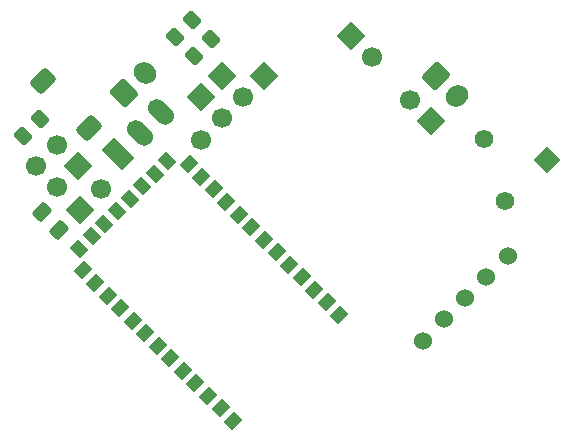
<source format=gts>
G04 #@! TF.GenerationSoftware,KiCad,Pcbnew,(7.0.0)*
G04 #@! TF.CreationDate,2023-04-27T15:14:50-06:00*
G04 #@! TF.ProjectId,Fonocardiograma_V3C,466f6e6f-6361-4726-9469-6f6772616d61,rev?*
G04 #@! TF.SameCoordinates,Original*
G04 #@! TF.FileFunction,Soldermask,Top*
G04 #@! TF.FilePolarity,Negative*
%FSLAX46Y46*%
G04 Gerber Fmt 4.6, Leading zero omitted, Abs format (unit mm)*
G04 Created by KiCad (PCBNEW (7.0.0)) date 2023-04-27 15:14:50*
%MOMM*%
%LPD*%
G01*
G04 APERTURE LIST*
G04 Aperture macros list*
%AMRoundRect*
0 Rectangle with rounded corners*
0 $1 Rounding radius*
0 $2 $3 $4 $5 $6 $7 $8 $9 X,Y pos of 4 corners*
0 Add a 4 corners polygon primitive as box body*
4,1,4,$2,$3,$4,$5,$6,$7,$8,$9,$2,$3,0*
0 Add four circle primitives for the rounded corners*
1,1,$1+$1,$2,$3*
1,1,$1+$1,$4,$5*
1,1,$1+$1,$6,$7*
1,1,$1+$1,$8,$9*
0 Add four rect primitives between the rounded corners*
20,1,$1+$1,$2,$3,$4,$5,0*
20,1,$1+$1,$4,$5,$6,$7,0*
20,1,$1+$1,$6,$7,$8,$9,0*
20,1,$1+$1,$8,$9,$2,$3,0*%
%AMHorizOval*
0 Thick line with rounded ends*
0 $1 width*
0 $2 $3 position (X,Y) of the first rounded end (center of the circle)*
0 $4 $5 position (X,Y) of the second rounded end (center of the circle)*
0 Add line between two ends*
20,1,$1,$2,$3,$4,$5,0*
0 Add two circle primitives to create the rounded ends*
1,1,$1,$2,$3*
1,1,$1,$4,$5*%
%AMRotRect*
0 Rectangle, with rotation*
0 The origin of the aperture is its center*
0 $1 length*
0 $2 width*
0 $3 Rotation angle, in degrees counterclockwise*
0 Add horizontal line*
21,1,$1,$2,0,0,$3*%
G04 Aperture macros list end*
%ADD10RotRect,1.300000X1.000000X225.000000*%
%ADD11RotRect,1.300000X1.000000X315.000000*%
%ADD12RotRect,1.300000X1.000000X45.000000*%
%ADD13RotRect,1.700000X1.700000X45.000000*%
%ADD14HorizOval,1.700000X0.000000X0.000000X0.000000X0.000000X0*%
%ADD15RotRect,1.700000X1.700000X315.000000*%
%ADD16HorizOval,1.700000X0.000000X0.000000X0.000000X0.000000X0*%
%ADD17RoundRect,0.250000X0.574524X0.097227X0.097227X0.574524X-0.574524X-0.097227X-0.097227X-0.574524X0*%
%ADD18RoundRect,0.250000X-0.954594X-0.106066X-0.106066X-0.954594X0.954594X0.106066X0.106066X0.954594X0*%
%ADD19HorizOval,1.700000X-0.106066X-0.106066X0.106066X0.106066X0*%
%ADD20RoundRect,0.375000X-0.707107X-0.176777X-0.176777X-0.707107X0.707107X0.176777X0.176777X0.707107X0*%
%ADD21RoundRect,0.250000X0.088388X-0.548008X0.548008X-0.088388X-0.088388X0.548008X-0.548008X0.088388X0*%
%ADD22RotRect,1.700000X1.700000X225.000000*%
%ADD23HorizOval,1.700000X0.000000X0.000000X0.000000X0.000000X0*%
%ADD24RotRect,1.500000X2.500000X45.000000*%
%ADD25HorizOval,1.500000X-0.353553X0.353553X0.353553X-0.353553X0*%
%ADD26RotRect,1.700000X1.700000X135.000000*%
%ADD27RoundRect,0.250000X0.106066X-0.954594X0.954594X-0.106066X-0.106066X0.954594X-0.954594X0.106066X0*%
%ADD28HorizOval,1.700000X-0.106066X0.106066X0.106066X-0.106066X0*%
%ADD29HorizOval,1.700000X0.000000X0.000000X0.000000X0.000000X0*%
%ADD30C,1.524000*%
%ADD31C,1.560000*%
%ADD32RotRect,1.560000X1.560000X225.000000*%
G04 APERTURE END LIST*
D10*
X105155919Y-74675999D03*
X104095259Y-73615339D03*
X103034599Y-72554679D03*
X101973939Y-71494019D03*
X100913279Y-70433359D03*
X99852619Y-69372698D03*
X98791958Y-68312038D03*
X97731298Y-67251378D03*
X96670638Y-66190718D03*
X95609978Y-65130058D03*
X94549318Y-64069398D03*
X93488658Y-63008737D03*
X92427997Y-61948077D03*
D11*
X90589520Y-61665235D03*
X89528860Y-62725895D03*
X88468199Y-63786555D03*
X87407539Y-64847215D03*
X86346879Y-65907875D03*
X85286219Y-66968535D03*
X84225559Y-68029196D03*
X83164899Y-69089856D03*
D12*
X83447741Y-70928333D03*
X84508401Y-71988994D03*
X85569062Y-73049654D03*
X86629722Y-74110314D03*
X87690382Y-75170974D03*
X88751042Y-76231634D03*
X89811702Y-77292294D03*
X90872362Y-78352955D03*
X91933023Y-79413615D03*
X92993683Y-80474275D03*
X94054343Y-81534935D03*
X95115003Y-82595595D03*
X96175663Y-83656255D03*
D13*
X83184999Y-65785999D03*
D14*
X84981050Y-63989948D03*
D15*
X106128548Y-51041438D03*
D16*
X107924599Y-52837489D03*
D17*
X81454823Y-67484823D03*
X79987577Y-66017577D03*
D18*
X113355639Y-54421594D03*
D19*
X115123405Y-56189360D03*
D20*
X80066344Y-54920344D03*
X84017656Y-58871656D03*
D21*
X78396216Y-59525784D03*
X79845784Y-58076216D03*
D15*
X98826005Y-54462993D03*
D16*
X97029954Y-56259044D03*
X95233903Y-58055095D03*
X93437851Y-59851147D03*
D22*
X83083122Y-62102999D03*
D23*
X81287071Y-63899050D03*
X81287071Y-60306948D03*
X79491020Y-62102999D03*
D24*
X86468948Y-61105050D03*
D25*
X88264999Y-59308999D03*
X90061050Y-57512948D03*
D26*
X95249999Y-54457599D03*
D27*
X86933594Y-55935361D03*
D28*
X88701360Y-54167593D03*
D26*
X112915561Y-58305561D03*
D29*
X111119510Y-56509510D03*
D21*
X91223216Y-51143784D03*
X92672784Y-49694216D03*
D30*
X112231898Y-76871103D03*
X114027949Y-75075052D03*
X115824000Y-73279000D03*
X117620052Y-71482949D03*
X119416103Y-69686898D03*
D26*
X93421199Y-56235599D03*
D21*
X92874216Y-52794784D03*
X94323784Y-51345216D03*
D31*
X119196153Y-65073687D03*
X117428386Y-59770386D03*
D32*
X122731686Y-61538152D03*
M02*

</source>
